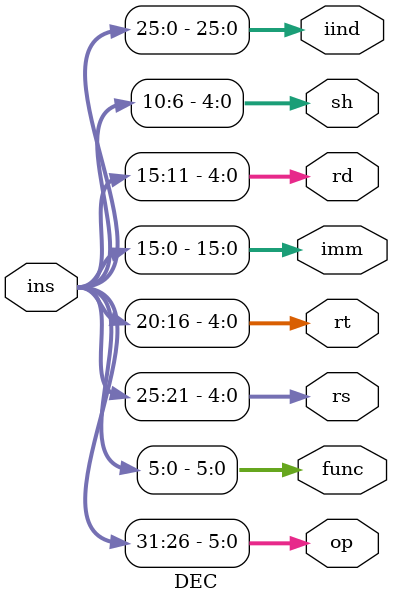
<source format=v>
`timescale 1ns / 1ps

module DEC(
    input [31:0] ins,
    output [5:0] op, func,
    output [4:0] rs, rt,
    output [15:0] imm,
    output [4:0] rd,
    output [4:0] sh,
    output [25:0] iind
    );

    assign op = ins[31:26];
    assign func = ins[5:0];
    assign rs = ins[25:21];
    assign rt = ins[20:16];
    assign imm = ins[15:0];
    assign rd = ins[15:11];
    assign sh = ins[10:6];
    assign iind = ins[25:0];
endmodule

</source>
